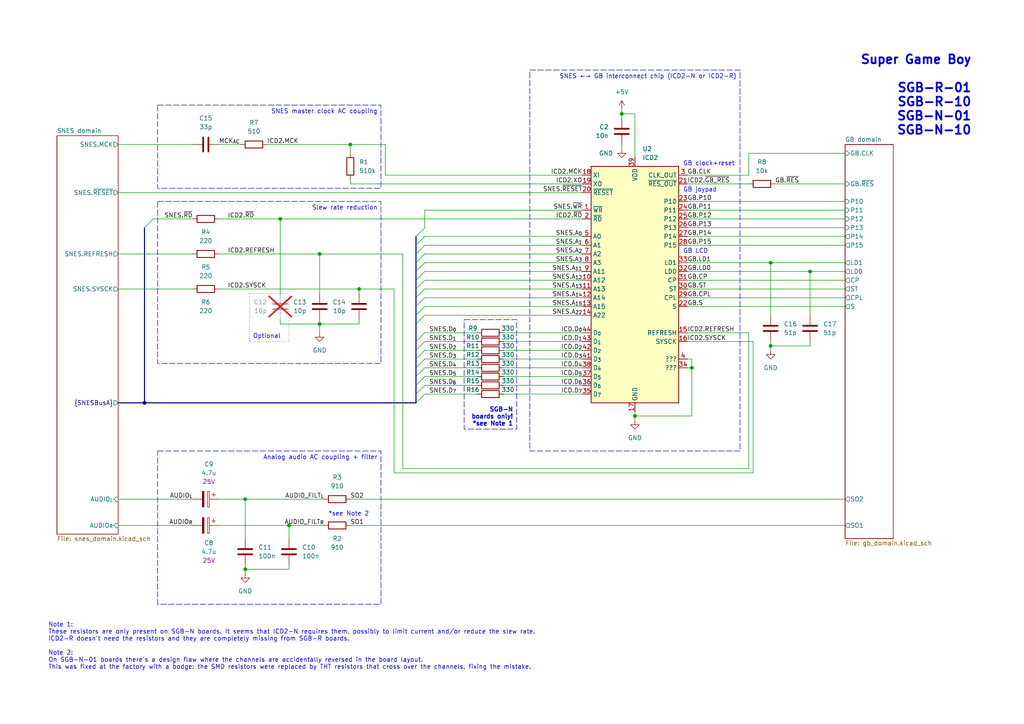
<source format=kicad_sch>
(kicad_sch (version 20230121) (generator eeschema)
  (paper "A4")
  (title_block (title "SGB-R-xx / SGB-N-xx") (date "2023-11-21") (rev "A") (company "https://gekkio.fi") (comment 1 "https://github.com/gekkio/gb-schematics"))
  (lib_symbols
    (symbol "Device:C" (pin_numbers hide) (pin_names (offset 0.254))
      (property "Reference" "C" (at 0.635 2.54 0))
      (property "Value" "C" (at 0.635 -2.54 0))
      (symbol "C_0_1"
        (polyline (pts (xy -2.032 -0.762) (xy 2.032 -0.762)) (stroke (width 0.508)))
        (polyline (pts (xy -2.032 0.762) (xy 2.032 0.762)) (stroke (width 0.508)))
      )
      (symbol "C_1_1"
        (pin passive line (at 0 3.81 270) (length 2.794) (name "~") (number "1"))
        (pin passive line (at 0 -3.81 90) (length 2.794) (name "~") (number "2"))
      )
    )
    (symbol "Device:C_Polarized" (pin_numbers hide) (pin_names (offset 0.254))
      (property "Reference" "C" (at 0.635 2.54 0))
      (property "Value" "C_Polarized" (at 0.635 -2.54 0))
      (symbol "C_Polarized_0_1"
        (rectangle (start -2.286 0.508) (end 2.286 1.016))
        (polyline (pts (xy -1.778 2.286) (xy -0.762 2.286)))
        (polyline (pts (xy -1.27 2.794) (xy -1.27 1.778)))
        (rectangle (start 2.286 -0.508) (end -2.286 -1.016) (fill (type outline)))
      )
      (symbol "C_Polarized_1_1"
        (pin passive line (at 0 3.81 270) (length 2.794) (name "~") (number "1"))
        (pin passive line (at 0 -3.81 90) (length 2.794) (name "~") (number "2"))
      )
    )
    (symbol "Device:R" (pin_numbers hide) (pin_names (offset 0))
      (property "Reference" "R" (at 2.032 0 90))
      (property "Value" "R" (at 0 0 90))
      (symbol "R_0_1"
        (rectangle (start -1.016 -2.54) (end 1.016 2.54) (stroke (width 0.254)))
      )
      (symbol "R_1_1"
        (pin passive line (at 0 3.81 270) (length 1.27) (name "~") (number "1"))
        (pin passive line (at 0 -3.81 90) (length 1.27) (name "~") (number "2"))
      )
    )
    (symbol "Gekkio_Interface:ICD2"
      (property "Reference" "U" (at -12.7 44.45 0))
      (property "Value" "ICD2" (at 10.16 44.45 0))
      (symbol "ICD2_1_1"
        (rectangle (start -12.7 43.18) (end 12.7 -25.4) (stroke (width 0.254)) (fill (type background)))
        (pin input line (at -15.24 30.48 0) (length 2.54) (name "~{WR}") (number "1"))
        (pin input line (at -15.24 10.16 0) (length 2.54) (name "A12") (number "10"))
        (pin input line (at -15.24 7.62 0) (length 2.54) (name "A13") (number "11"))
        (pin input line (at -15.24 5.08 0) (length 2.54) (name "A14") (number "12"))
        (pin input line (at -15.24 2.54 0) (length 2.54) (name "A15") (number "13"))
        (pin input line (at -15.24 0 0) (length 2.54) (name "A22") (number "14"))
        (pin input line (at 15.24 -5.08 180) (length 2.54) (name "REFRESH") (number "15"))
        (pin input line (at 15.24 -7.62 180) (length 2.54) (name "SYSCK") (number "16"))
        (pin power_in line (at 0 -27.94 90) (length 2.54) (name "GND") (number "17"))
        (pin input line (at -15.24 40.64 0) (length 2.54) (name "XI") (number "18"))
        (pin bidirectional line (at -15.24 38.1 0) (length 2.54) (name "XO") (number "19"))
        (pin input line (at -15.24 27.94 0) (length 2.54) (name "~{RD}") (number "2"))
        (pin input line (at -15.24 35.56 0) (length 2.54) (name "~{RESET}") (number "20"))
        (pin output line (at 15.24 38.1 180) (length 2.54) (name "~{RES_OUT}") (number "21"))
        (pin input line (at 15.24 2.54 180) (length 2.54) (name "S") (number "22"))
        (pin output line (at 15.24 33.02 180) (length 2.54) (name "P10") (number "23"))
        (pin output line (at 15.24 30.48 180) (length 2.54) (name "P11") (number "24"))
        (pin output line (at 15.24 27.94 180) (length 2.54) (name "P12") (number "25"))
        (pin output line (at 15.24 25.4 180) (length 2.54) (name "P13") (number "26"))
        (pin input line (at 15.24 22.86 180) (length 2.54) (name "P14") (number "27"))
        (pin input line (at 15.24 20.32 180) (length 2.54) (name "P15") (number "28"))
        (pin input line (at 15.24 5.08 180) (length 2.54) (name "CPL") (number "29"))
        (pin output line (at 15.24 40.64 180) (length 2.54) (name "CLK_OUT") (number "3"))
        (pin input line (at 15.24 7.62 180) (length 2.54) (name "ST") (number "30"))
        (pin input line (at 15.24 10.16 180) (length 2.54) (name "CP") (number "31"))
        (pin input line (at 15.24 12.7 180) (length 2.54) (name "LD0") (number "32"))
        (pin input line (at 15.24 15.24 180) (length 2.54) (name "LD1") (number "33"))
        (pin input line (at 15.24 -15.24 180) (length 2.54) (name "???") (number "34"))
        (pin bidirectional line (at -15.24 -22.86 0) (length 2.54) (name "D_{7}") (number "35"))
        (pin bidirectional line (at -15.24 -20.32 0) (length 2.54) (name "D_{6}") (number "36"))
        (pin bidirectional line (at -15.24 -17.78 0) (length 2.54) (name "D_{5}") (number "37"))
        (pin bidirectional line (at -15.24 -15.24 0) (length 2.54) (name "D_{4}") (number "38"))
        (pin input line (at 0 45.72 270) (length 2.54) (name "VDD") (number "39"))
        (pin input line (at 15.24 -12.7 180) (length 2.54) (name "???") (number "4"))
        (pin passive line (at 0 -27.94 90) (length 2.54) hide (name "GND") (number "40"))
        (pin bidirectional line (at -15.24 -12.7 0) (length 2.54) (name "D_{3}") (number "41"))
        (pin bidirectional line (at -15.24 -10.16 0) (length 2.54) (name "D_{2}") (number "42"))
        (pin bidirectional line (at -15.24 -7.62 0) (length 2.54) (name "D_{1}") (number "43"))
        (pin bidirectional line (at -15.24 -5.08 0) (length 2.54) (name "D_{0}") (number "44"))
        (pin input line (at -15.24 22.86 0) (length 2.54) (name "A0") (number "5"))
        (pin input line (at -15.24 20.32 0) (length 2.54) (name "A1") (number "6"))
        (pin input line (at -15.24 17.78 0) (length 2.54) (name "A2") (number "7"))
        (pin input line (at -15.24 15.24 0) (length 2.54) (name "A3") (number "8"))
        (pin input line (at -15.24 12.7 0) (length 2.54) (name "A11") (number "9"))
      )
    )
    (symbol "power:+5V" (power) (pin_names (offset 0))
      (property "Value" "+5V" (at 0 3.556 0))
      (symbol "+5V_0_1"
        (polyline (pts (xy -0.762 1.27) (xy 0 2.54)))
        (polyline (pts (xy 0 0) (xy 0 2.54)))
        (polyline (pts (xy 0 2.54) (xy 0.762 1.27)))
      )
      (symbol "+5V_1_1"
        (pin power_in line (at 0 0 90) (length 0) hide (name "+5V") (number "1"))
      )
    )
    (symbol "power:GND" (power) (pin_names (offset 0))
      (property "Value" "GND" (at 0 -3.81 0))
      (symbol "GND_0_1"
        (polyline (pts (xy 0 0) (xy 0 -1.27) (xy 1.27 -1.27) (xy 0 -2.54) (xy -1.27 -1.27) (xy 0 -1.27)))
      )
      (symbol "GND_1_1"
        (pin power_in line (at 0 0 270) (length 0) hide (name "GND") (number "1"))
      )
    )
  )
  (junction (at 83.82 152.4))
  (junction (at 71.12 165.1))
  (junction (at 104.14 83.82))
  (junction (at 101.6 41.91))
  (junction (at 180.34 33.02))
  (junction (at 41.91 116.84))
  (junction (at 71.12 144.78))
  (junction (at 223.52 76.2))
  (junction (at 92.71 73.66))
  (junction (at 81.28 63.5))
  (junction (at 92.71 93.98))
  (junction (at 234.95 78.74))
  (junction (at 184.15 120.65))
  (junction (at 223.52 100.33))
  (junction (at 200.66 106.68))
  (bus_entry (at 123.19 96.52) (size -2.54 2.54))
  (bus_entry (at 41.91 66.04) (size 2.54 -2.54))
  (bus_entry (at 123.19 109.22) (size -2.54 2.54))
  (bus_entry (at 123.19 106.68) (size -2.54 2.54))
  (bus_entry (at 123.19 114.3) (size -2.54 2.54))
  (bus_entry (at 123.19 91.44) (size -2.54 2.54))
  (bus_entry (at 123.19 83.82) (size -2.54 2.54))
  (bus_entry (at 123.19 76.2) (size -2.54 2.54))
  (bus_entry (at 123.19 78.74) (size -2.54 2.54))
  (bus_entry (at 123.19 73.66) (size -2.54 2.54))
  (bus_entry (at 123.19 88.9) (size -2.54 2.54))
  (bus_entry (at 123.19 101.6) (size -2.54 2.54))
  (bus_entry (at 123.19 111.76) (size -2.54 2.54))
  (bus_entry (at 123.19 81.28) (size -2.54 2.54))
  (bus_entry (at 120.65 68.58) (size 2.54 -2.54))
  (bus_entry (at 123.19 71.12) (size -2.54 2.54))
  (bus_entry (at 123.19 99.06) (size -2.54 2.54))
  (bus_entry (at 123.19 104.14) (size -2.54 2.54))
  (bus_entry (at 123.19 86.36) (size -2.54 2.54))
  (bus_entry (at 123.19 68.58) (size -2.54 2.54))
  (wire (pts (xy 200.66 120.65) (xy 200.66 106.68)))
  (wire (pts (xy 123.19 88.9) (xy 168.91 88.9)))
  (wire (pts (xy 199.39 71.12) (xy 245.11 71.12)))
  (wire (pts (xy 123.19 101.6) (xy 138.43 101.6)))
  (wire (pts (xy 199.39 66.04) (xy 245.11 66.04)))
  (wire (pts (xy 217.17 44.45) (xy 245.11 44.45)))
  (wire (pts (xy 218.44 99.06) (xy 218.44 137.16)))
  (wire (pts (xy 146.05 114.3) (xy 168.91 114.3)))
  (wire (pts (xy 146.05 96.52) (xy 168.91 96.52)))
  (wire (pts (xy 199.39 83.82) (xy 245.11 83.82)))
  (bus (pts (xy 120.65 86.36) (xy 120.65 88.9)))
  (wire (pts (xy 200.66 106.68) (xy 200.66 104.14)))
  (wire (pts (xy 63.5 152.4) (xy 83.82 152.4)))
  (wire (pts (xy 71.12 144.78) (xy 71.12 156.21)))
  (bus (pts (xy 120.65 114.3) (xy 120.65 116.84)))
  (wire (pts (xy 34.29 152.4) (xy 55.88 152.4)))
  (wire (pts (xy 123.19 71.12) (xy 168.91 71.12)))
  (bus (pts (xy 41.91 66.04) (xy 41.91 116.84)))
  (wire (pts (xy 92.71 93.98) (xy 104.14 93.98)))
  (wire (pts (xy 123.19 104.14) (xy 138.43 104.14)))
  (wire (pts (xy 223.52 100.33) (xy 234.95 100.33)))
  (wire (pts (xy 63.5 83.82) (xy 104.14 83.82)))
  (wire (pts (xy 123.19 91.44) (xy 168.91 91.44)))
  (wire (pts (xy 123.19 78.74) (xy 168.91 78.74)))
  (wire (pts (xy 199.39 86.36) (xy 245.11 86.36)))
  (wire (pts (xy 83.82 152.4) (xy 83.82 156.21)))
  (bus (pts (xy 41.91 116.84) (xy 120.65 116.84)))
  (bus (pts (xy 34.29 116.84) (xy 41.91 116.84)))
  (wire (pts (xy 168.91 53.34) (xy 101.6 53.34)))
  (wire (pts (xy 71.12 165.1) (xy 83.82 165.1)))
  (wire (pts (xy 146.05 111.76) (xy 168.91 111.76)))
  (wire (pts (xy 223.52 100.33) (xy 223.52 101.6)))
  (wire (pts (xy 81.28 63.5) (xy 168.91 63.5)))
  (wire (pts (xy 223.52 76.2) (xy 245.11 76.2)))
  (wire (pts (xy 146.05 99.06) (xy 168.91 99.06)))
  (wire (pts (xy 146.05 109.22) (xy 168.91 109.22)))
  (wire (pts (xy 199.39 88.9) (xy 245.11 88.9)))
  (wire (pts (xy 123.19 86.36) (xy 168.91 86.36)))
  (bus (pts (xy 120.65 101.6) (xy 120.65 104.14)))
  (wire (pts (xy 63.5 144.78) (xy 71.12 144.78)))
  (wire (pts (xy 234.95 78.74) (xy 245.11 78.74)))
  (wire (pts (xy 123.19 114.3) (xy 138.43 114.3)))
  (wire (pts (xy 199.39 68.58) (xy 245.11 68.58)))
  (wire (pts (xy 199.39 58.42) (xy 245.11 58.42)))
  (wire (pts (xy 123.19 109.22) (xy 138.43 109.22)))
  (bus (pts (xy 120.65 104.14) (xy 120.65 106.68)))
  (wire (pts (xy 123.19 99.06) (xy 138.43 99.06)))
  (bus (pts (xy 120.65 81.28) (xy 120.65 83.82)))
  (wire (pts (xy 92.71 92.71) (xy 92.71 93.98)))
  (wire (pts (xy 34.29 73.66) (xy 55.88 73.66)))
  (bus (pts (xy 120.65 93.98) (xy 120.65 99.06)))
  (wire (pts (xy 234.95 78.74) (xy 234.95 91.44)))
  (wire (pts (xy 92.71 73.66) (xy 116.84 73.66)))
  (wire (pts (xy 92.71 93.98) (xy 92.71 96.52)))
  (wire (pts (xy 114.3 137.16) (xy 114.3 83.82)))
  (wire (pts (xy 199.39 50.8) (xy 217.17 50.8)))
  (bus (pts (xy 120.65 99.06) (xy 120.65 101.6)))
  (wire (pts (xy 184.15 33.02) (xy 184.15 45.72)))
  (wire (pts (xy 217.17 50.8) (xy 217.17 44.45)))
  (wire (pts (xy 92.71 73.66) (xy 92.71 85.09)))
  (bus (pts (xy 120.65 68.58) (xy 120.65 71.12)))
  (wire (pts (xy 63.5 41.91) (xy 69.85 41.91)))
  (wire (pts (xy 63.5 63.5) (xy 81.28 63.5)))
  (wire (pts (xy 123.19 83.82) (xy 168.91 83.82)))
  (wire (pts (xy 116.84 73.66) (xy 116.84 135.89)))
  (wire (pts (xy 101.6 152.4) (xy 245.11 152.4)))
  (wire (pts (xy 218.44 137.16) (xy 114.3 137.16)))
  (wire (pts (xy 123.19 60.96) (xy 168.91 60.96)))
  (bus (pts (xy 120.65 73.66) (xy 120.65 76.2)))
  (wire (pts (xy 223.52 76.2) (xy 223.52 91.44)))
  (wire (pts (xy 180.34 43.18) (xy 180.34 41.91)))
  (wire (pts (xy 199.39 99.06) (xy 218.44 99.06)))
  (wire (pts (xy 101.6 52.07) (xy 101.6 53.34)))
  (wire (pts (xy 199.39 63.5) (xy 245.11 63.5)))
  (wire (pts (xy 123.19 76.2) (xy 168.91 76.2)))
  (wire (pts (xy 184.15 120.65) (xy 184.15 121.92)))
  (wire (pts (xy 180.34 33.02) (xy 184.15 33.02)))
  (wire (pts (xy 83.82 165.1) (xy 83.82 163.83)))
  (wire (pts (xy 180.34 33.02) (xy 180.34 34.29)))
  (bus (pts (xy 120.65 106.68) (xy 120.65 109.22)))
  (bus (pts (xy 120.65 111.76) (xy 120.65 114.3)))
  (bus (pts (xy 120.65 78.74) (xy 120.65 81.28)))
  (bus (pts (xy 120.65 71.12) (xy 120.65 73.66)))
  (wire (pts (xy 101.6 44.45) (xy 101.6 41.91)))
  (wire (pts (xy 184.15 119.38) (xy 184.15 120.65)))
  (wire (pts (xy 234.95 100.33) (xy 234.95 99.06)))
  (wire (pts (xy 184.15 120.65) (xy 200.66 120.65)))
  (wire (pts (xy 199.39 78.74) (xy 234.95 78.74)))
  (wire (pts (xy 123.19 96.52) (xy 138.43 96.52)))
  (wire (pts (xy 123.19 111.76) (xy 138.43 111.76)))
  (bus (pts (xy 120.65 88.9) (xy 120.65 91.44)))
  (wire (pts (xy 199.39 53.34) (xy 217.17 53.34)))
  (wire (pts (xy 223.52 99.06) (xy 223.52 100.33)))
  (wire (pts (xy 111.76 50.8) (xy 111.76 41.91)))
  (wire (pts (xy 71.12 163.83) (xy 71.12 165.1)))
  (wire (pts (xy 199.39 104.14) (xy 200.66 104.14)))
  (bus (pts (xy 120.65 83.82) (xy 120.65 86.36)))
  (wire (pts (xy 92.71 93.98) (xy 81.28 93.98)))
  (wire (pts (xy 34.29 144.78) (xy 55.88 144.78)))
  (wire (pts (xy 123.19 73.66) (xy 168.91 73.66)))
  (wire (pts (xy 101.6 41.91) (xy 111.76 41.91)))
  (wire (pts (xy 199.39 76.2) (xy 223.52 76.2)))
  (wire (pts (xy 71.12 165.1) (xy 71.12 166.37)))
  (wire (pts (xy 199.39 96.52) (xy 217.17 96.52)))
  (bus (pts (xy 120.65 109.22) (xy 120.65 111.76)))
  (wire (pts (xy 83.82 152.4) (xy 93.98 152.4)))
  (wire (pts (xy 180.34 31.75) (xy 180.34 33.02)))
  (wire (pts (xy 123.19 106.68) (xy 138.43 106.68)))
  (bus (pts (xy 120.65 91.44) (xy 120.65 93.98)))
  (wire (pts (xy 104.14 83.82) (xy 114.3 83.82)))
  (wire (pts (xy 123.19 68.58) (xy 168.91 68.58)))
  (wire (pts (xy 34.29 41.91) (xy 55.88 41.91)))
  (wire (pts (xy 34.29 55.88) (xy 168.91 55.88)))
  (wire (pts (xy 168.91 50.8) (xy 111.76 50.8)))
  (wire (pts (xy 63.5 73.66) (xy 92.71 73.66)))
  (wire (pts (xy 44.45 63.5) (xy 55.88 63.5)))
  (wire (pts (xy 199.39 60.96) (xy 245.11 60.96)))
  (wire (pts (xy 81.28 92.71) (xy 81.28 93.98)))
  (wire (pts (xy 123.19 81.28) (xy 168.91 81.28)))
  (wire (pts (xy 104.14 85.09) (xy 104.14 83.82)))
  (wire (pts (xy 34.29 83.82) (xy 55.88 83.82)))
  (wire (pts (xy 123.19 60.96) (xy 123.19 66.04)))
  (wire (pts (xy 101.6 144.78) (xy 245.11 144.78)))
  (wire (pts (xy 81.28 63.5) (xy 81.28 85.09)))
  (wire (pts (xy 146.05 106.68) (xy 168.91 106.68)))
  (bus (pts (xy 120.65 76.2) (xy 120.65 78.74)))
  (wire (pts (xy 116.84 135.89) (xy 217.17 135.89)))
  (wire (pts (xy 104.14 93.98) (xy 104.14 92.71)))
  (wire (pts (xy 146.05 101.6) (xy 168.91 101.6)))
  (wire (pts (xy 146.05 104.14) (xy 168.91 104.14)))
  (wire (pts (xy 77.47 41.91) (xy 101.6 41.91)))
  (wire (pts (xy 217.17 135.89) (xy 217.17 96.52)))
  (wire (pts (xy 199.39 81.28) (xy 245.11 81.28)))
  (wire (pts (xy 199.39 106.68) (xy 200.66 106.68)))
  (wire (pts (xy 224.79 53.34) (xy 245.11 53.34)))
  (wire (pts (xy 71.12 144.78) (xy 93.98 144.78)))
  (text_box "SGB-N boards only!\n*see Note 1" (at 134.62 92.71 0) (size 15.24 31.75) (stroke (width 0) (type dash)) (effects (font (size 1.27 1.27) (thickness 0.254) bold) (justify right bottom)))
  (text_box "SNES master clock AC coupling" (at 45.72 30.48 0) (size 64.77 24.13) (stroke (width 0) (type dash)) (effects (font (size 1.27 1.27)) (justify right top)))
  (text_box "Analog audio AC coupling + filter" (at 45.72 130.81 0) (size 64.77 44.45) (stroke (width 0) (type dash)) (effects (font (size 1.27 1.27)) (justify right top)))
  (text_box "Slew rate reduction" (at 45.72 58.42 0) (size 64.77 46.99) (stroke (width 0) (type dash)) (effects (font (size 1.27 1.27)) (justify right top)))
  (text_box "SNES ←→ GB interconnect chip (ICD2-N or ICD2-R)" (at 153.67 20.32 0) (size 60.96 110.49) (stroke (width 0) (type dash)) (effects (font (size 1.27 1.27)) (justify right top)))
  (text_box "Optional" (at 72.39 85.09 0) (size 11.43 13.97) (stroke (width 0) (type dot)) (effects (font (size 1.27 1.27)) (justify left bottom)))
  (text "GB joypad" (at 198.12 55.88 0) (effects (font (size 1.27 1.27)) (justify left bottom)))
  (text "*see Note 2" (at 95.25 149.86 0) (effects (font (size 1.27 1.27)) (justify left bottom)))
  (text "Note 1:\nThese resistors are only present on SGB-N boards. It seems that ICD2-N requires them, possibly to limit current and/or reduce the slew rate.\nICD2-R doesn't need the resistors and they are completely missing from SGB-R boards.\n\nNote 2:\nOn SGB-N-01 boards there's a design flaw where the channels are accidentally reversed in the board layout.\nThis was fixed at the factory with a bodge: the SMD resistors were replaced by THT resistors that cross over the channels, fixing the mistake." (at 13.97 194.31 0) (effects (font (size 1.27 1.27)) (justify left bottom)))
  (text "Super Game Boy\n\nSGB-R-01\nSGB-R-10\nSGB-N-01\nSGB-N-10" (at 281.94 39.37 0) (effects (font (size 2.54 2.54) (thickness 0.508) bold) (justify right bottom)))
  (text "GB clock+reset" (at 198.12 48.26 0) (effects (font (size 1.27 1.27)) (justify left bottom)))
  (text "GB LCD" (at 198.12 73.66 0) (effects (font (size 1.27 1.27)) (justify left bottom)))
  (label "SNES.A_{11}" (at 168.91 78.74 180))
  (label "GB.P15" (at 199.39 71.12 0))
  (label "ICD2.SYSCK" (at 199.39 99.06 0))
  (label "SNES.A_{3}" (at 168.91 76.2 180))
  (label "SNES.A_{22}" (at 168.91 91.44 180))
  (label "ICD2.REFRESH" (at 199.39 96.52 0))
  (label "SNES.A_{15}" (at 168.91 88.9 180))
  (label "SO2" (at 101.6 144.78 0))
  (label "SNES.~{RESET}" (at 168.91 55.88 180))
  (label "SNES.D_{3}" (at 124.46 104.14 0))
  (label "SNES.D_{5}" (at 124.46 109.22 0))
  (label "SNES.D_{0}" (at 124.46 96.52 0))
  (label "GB.P10" (at 199.39 58.42 0))
  (label "AUDIO_{R}" (at 55.88 152.4 180))
  (label "AUDIO_FILT_{L}" (at 93.98 144.78 180))
  (label "SNES.D_{4}" (at 124.46 106.68 0))
  (label "GB.P13" (at 199.39 66.04 0))
  (label "SNES.A_{2}" (at 168.91 73.66 180))
  (label "ICD2.XO" (at 168.91 53.34 180))
  (label "ICD2.REFRESH" (at 66.04 73.66 0))
  (label "SNES.A_{1}" (at 168.91 71.12 180))
  (label "SNES.~{WR}" (at 168.91 60.96 180))
  (label "ICD.D_{2}" (at 168.91 101.6 180))
  (label "AUDIO_{L}" (at 55.88 144.78 180))
  (label "GB.~{RES}" (at 224.79 53.34 0))
  (label "ICD.D_{0}" (at 168.91 96.52 180))
  (label "ICD2.~{RD}" (at 66.04 63.5 0))
  (label "ICD2.~{GB_RES}" (at 199.39 53.34 0))
  (label "SNES.A_{14}" (at 168.91 86.36 180))
  (label "GB.LD1" (at 199.39 76.2 0))
  (label "GB.P14" (at 199.39 68.58 0))
  (label "AUDIO_FILT_{R}" (at 93.98 152.4 180))
  (label "GB.CPL" (at 199.39 86.36 0))
  (label "ICD.D_{4}" (at 168.91 106.68 180))
  (label "GB.P11" (at 199.39 60.96 0))
  (label "SNES.A_{12}" (at 168.91 81.28 180))
  (label "ICD2.~{RD}" (at 168.91 63.5 180))
  (label "ICD2.SYSCK" (at 66.04 83.82 0))
  (label "ICD.D_{5}" (at 168.91 109.22 180))
  (label "SNES.D_{2}" (at 124.46 101.6 0))
  (label "ICD.D_{6}" (at 168.91 111.76 180))
  (label "SNES.~{RD}" (at 55.88 63.5 180))
  (label "GB.LD0" (at 199.39 78.74 0))
  (label "GB.CP" (at 199.39 81.28 0))
  (label "GB.CLK" (at 199.39 50.8 0))
  (label "ICD2.MCK" (at 168.91 50.8 180))
  (label "GB.ST" (at 199.39 83.82 0))
  (label "ICD.D_{3}" (at 168.91 104.14 180))
  (label "SNES.A_{13}" (at 168.91 83.82 180))
  (label "SNES.A_{0}" (at 168.91 68.58 180))
  (label "ICD.D_{7}" (at 168.91 114.3 180))
  (label "ICD2.MCK" (at 77.47 41.91 0))
  (label "MCK_{AC}" (at 63.5 41.91 0))
  (label "SNES.D_{7}" (at 124.46 114.3 0))
  (label "SNES.D_{1}" (at 124.46 99.06 0))
  (label "ICD.D_{1}" (at 168.91 99.06 180))
  (label "SNES.D_{6}" (at 124.46 111.76 0))
  (label "GB.P12" (at 199.39 63.5 0))
  (label "SO1" (at 101.6 152.4 0))
  (label "GB.S" (at 199.39 88.9 0))
  (symbol (lib_id "Device:C") (at 59.69 41.91 90) (unit 1)
    (property "Reference" "C15" (at 59.69 34.29 90))
    (property "Value" "33p" (at 59.69 36.83 90))
  )
  (symbol (lib_id "Device:R") (at 142.24 111.76 90) (unit 1)
    (property "Reference" "R15" (at 137.16 110.49 90))
    (property "Value" "330" (at 147.32 110.49 90))
  )
  (symbol (lib_id "Device:C_Polarized") (at 59.69 152.4 270) (unit 1)
    (property "Reference" "C8" (at 60.579 157.48 90))
    (property "Value" "4.7u" (at 60.579 160.02 90))
    (property "Rating" "25V" (at 60.579 162.56 90))
  )
  (symbol (lib_id "Device:R") (at 142.24 96.52 90) (unit 1)
    (property "Reference" "R9" (at 137.16 95.25 90))
    (property "Value" "330" (at 147.32 95.25 90))
  )
  (symbol (lib_id "power:GND") (at 180.34 43.18 0) (unit 1)
    (property "Reference" "#PWR021" (effects hide))
    (property "Value" "GND" (at 177.8 44.45 0) (effects (justify right)))
  )
  (symbol (lib_id "power:GND") (at 71.12 166.37 0) (unit 1)
    (property "Reference" "#PWR014" (effects hide))
    (property "Value" "GND" (at 71.12 171.45 0))
  )
  (symbol (lib_id "power:GND") (at 223.52 101.6 0) (unit 1)
    (property "Reference" "#PWR022" (effects hide))
    (property "Value" "GND" (at 223.52 106.68 0))
  )
  (symbol (lib_id "Device:C") (at 180.34 38.1 0) (unit 1)
    (property "Reference" "C2" (at 176.53 36.83 0) (effects (justify right)))
    (property "Value" "10n" (at 176.53 39.37 0) (effects (justify right)))
  )
  (symbol (lib_id "Device:R") (at 59.69 63.5 90) (unit 1)
    (property "Reference" "R4" (at 59.69 67.31 90))
    (property "Value" "220" (at 59.69 69.85 90))
  )
  (symbol (lib_id "Device:C") (at 92.71 88.9 0) (unit 1)
    (property "Reference" "C13" (at 88.9 87.63 0) (effects (justify right)))
    (property "Value" "10p" (at 88.9 90.17 0) (effects (justify right)))
  )
  (symbol (lib_id "Device:R") (at 142.24 106.68 90) (unit 1)
    (property "Reference" "R13" (at 137.16 105.41 90))
    (property "Value" "330" (at 147.32 105.41 90))
  )
  (symbol (lib_id "Device:R") (at 59.69 83.82 90) (unit 1)
    (property "Reference" "R6" (at 59.69 87.63 90))
    (property "Value" "220" (at 59.69 90.17 90))
  )
  (symbol (lib_id "Device:R") (at 73.66 41.91 90) (unit 1)
    (property "Reference" "R7" (at 73.66 35.56 90))
    (property "Value" "510" (at 73.66 38.1 90))
  )
  (symbol (lib_id "power:GND") (at 92.71 96.52 0) (unit 1)
    (property "Reference" "#PWR015" (effects hide))
    (property "Value" "GND" (at 92.71 101.6 0))
  )
  (symbol (lib_id "Device:R") (at 97.79 152.4 90) (unit 1)
    (property "Reference" "R2" (at 97.79 156.21 90))
    (property "Value" "910" (at 97.79 158.75 90))
  )
  (symbol (lib_id "Device:R") (at 97.79 144.78 90) (unit 1)
    (property "Reference" "R3" (at 97.79 138.43 90))
    (property "Value" "910" (at 97.79 140.97 90))
  )
  (symbol (lib_id "Device:C") (at 223.52 95.25 0) (unit 1)
    (property "Reference" "C16" (at 227.33 93.98 0) (effects (justify left)))
    (property "Value" "51p" (at 227.33 96.52 0) (effects (justify left)))
  )
  (symbol (lib_id "power:GND") (at 184.15 121.92 0) (unit 1)
    (property "Reference" "#PWR019" (effects hide))
    (property "Value" "GND" (at 184.15 127 0))
  )
  (symbol (lib_id "Device:R") (at 142.24 104.14 90) (unit 1)
    (property "Reference" "R12" (at 137.16 102.87 90))
    (property "Value" "330" (at 147.32 102.87 90))
  )
  (symbol (lib_id "Device:C_Polarized") (at 59.69 144.78 270) (unit 1)
    (property "Reference" "C9" (at 60.579 134.62 90))
    (property "Value" "4.7u" (at 60.579 137.16 90))
    (property "Rating" "25V" (at 60.579 139.7 90))
  )
  (symbol (lib_id "Device:C") (at 83.82 160.02 0) (unit 1)
    (property "Reference" "C10" (at 87.63 158.75 0) (effects (justify left)))
    (property "Value" "100n" (at 87.63 161.29 0) (effects (justify left)))
  )
  (symbol (lib_id "Device:R") (at 59.69 73.66 90) (unit 1)
    (property "Reference" "R5" (at 59.69 77.47 90))
    (property "Value" "220" (at 59.69 80.01 90))
  )
  (symbol (lib_id "Device:R") (at 142.24 101.6 90) (unit 1)
    (property "Reference" "R11" (at 137.16 100.33 90))
    (property "Value" "330" (at 147.32 100.33 90))
  )
  (symbol (lib_id "Device:R") (at 142.24 99.06 90) (unit 1)
    (property "Reference" "R10" (at 137.16 97.79 90))
    (property "Value" "330" (at 147.32 97.79 90))
  )
  (symbol (lib_id "Device:C") (at 81.28 88.9 0) (unit 1) (dnp yes)
    (property "Reference" "C12" (at 77.47 87.63 0) (effects (justify right)))
    (property "Value" "10p" (at 77.47 90.17 0) (effects (justify right)))
  )
  (symbol (lib_id "Gekkio_Interface:ICD2") (at 184.15 91.44 0) (unit 1)
    (property "Reference" "U2" (at 186.3441 43.18 0) (effects (justify left)))
    (property "Value" "ICD2" (at 186.3441 45.72 0) (effects (justify left)))
  )
  (symbol (lib_id "power:+5V") (at 180.34 31.75 0) (unit 1)
    (property "Reference" "#PWR020" (effects hide))
    (property "Value" "+5V" (at 180.34 26.67 0))
  )
  (symbol (lib_id "Device:R") (at 142.24 114.3 90) (unit 1)
    (property "Reference" "R16" (at 137.16 113.03 90))
    (property "Value" "330" (at 147.32 113.03 90))
  )
  (symbol (lib_id "Device:R") (at 142.24 109.22 90) (unit 1)
    (property "Reference" "R14" (at 137.16 107.95 90))
    (property "Value" "330" (at 147.32 107.95 90))
  )
  (symbol (lib_id "Device:C") (at 234.95 95.25 0) (unit 1)
    (property "Reference" "C17" (at 238.76 93.98 0) (effects (justify left)))
    (property "Value" "51p" (at 238.76 96.52 0) (effects (justify left)))
  )
  (symbol (lib_id "Device:R") (at 101.6 48.26 0) (unit 1)
    (property "Reference" "R1" (at 104.14 46.99 0) (effects (justify left)))
    (property "Value" "510k" (at 104.14 49.53 0) (effects (justify left)))
  )
  (symbol (lib_id "Device:R") (at 220.98 53.34 90) (unit 1)
    (property "Reference" "R8" (at 220.98 46.99 90))
    (property "Value" "10k" (at 220.98 49.53 90))
  )
  (symbol (lib_id "Device:C") (at 71.12 160.02 0) (unit 1)
    (property "Reference" "C11" (at 74.93 158.75 0) (effects (justify left)))
    (property "Value" "100n" (at 74.93 161.29 0) (effects (justify left)))
  )
  (symbol (lib_id "Device:C") (at 104.14 88.9 0) (unit 1)
    (property "Reference" "C14" (at 100.33 87.63 0) (effects (justify right)))
    (property "Value" "10p" (at 100.33 90.17 0) (effects (justify right)))
  )
  (sheet (at 245.11 41.91) (size 13.97 114.3) (stroke (width 0.1524))
    (property "Sheetname" "GB domain" (at 245.11 41.1984 0) (effects (justify left bottom)))
    (property "Sheetfile" "gb_domain.kicad_sch" (at 245.11 156.7946 0) (effects (justify left top)))
    (pin "GB.CLK" input (at 245.11 44.45 180))
    (pin "GB.~{RES}" input (at 245.11 53.34 180))
    (pin "CPL" output (at 245.11 86.36 180))
    (pin "ST" output (at 245.11 83.82 180))
    (pin "CP" output (at 245.11 81.28 180))
    (pin "LD0" output (at 245.11 78.74 180))
    (pin "LD1" output (at 245.11 76.2 180))
    (pin "S" output (at 245.11 88.9 180))
    (pin "P15" output (at 245.11 71.12 180))
    (pin "P10" input (at 245.11 58.42 180))
    (pin "P11" input (at 245.11 60.96 180))
    (pin "P14" output (at 245.11 68.58 180))
    (pin "P13" input (at 245.11 66.04 180))
    (pin "P12" input (at 245.11 63.5 180))
    (pin "SO1" output (at 245.11 152.4 180))
    (pin "SO2" output (at 245.11 144.78 180))
  )
  (sheet (at 16.51 39.37) (size 17.78 115.57) (stroke (width 0.1524))
    (property "Sheetname" "SNES domain" (at 16.51 38.6584 0) (effects (justify left bottom)))
    (property "Sheetfile" "snes_domain.kicad_sch" (at 16.51 155.5246 0) (effects (justify left top)))
    (pin "SNES.REFRESH" output (at 34.29 73.66 0))
    (pin "SNES.MCK" output (at 34.29 41.91 0))
    (pin "AUDIO_{L}" input (at 34.29 144.78 0))
    (pin "AUDIO_{R}" input (at 34.29 152.4 0))
    (pin "SNES.~{RESET}" output (at 34.29 55.88 0))
    (pin "SNES.SYSCK" output (at 34.29 83.82 0))
    (pin "{SNESBusA}" output (at 34.29 116.84 0))
  )
)
</source>
